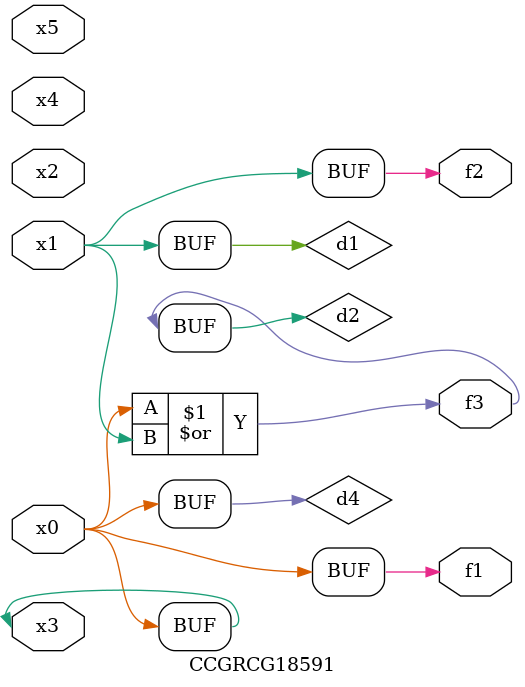
<source format=v>
module CCGRCG18591(
	input x0, x1, x2, x3, x4, x5,
	output f1, f2, f3
);

	wire d1, d2, d3, d4;

	and (d1, x1);
	or (d2, x0, x1);
	nand (d3, x0, x5);
	buf (d4, x0, x3);
	assign f1 = d4;
	assign f2 = d1;
	assign f3 = d2;
endmodule

</source>
